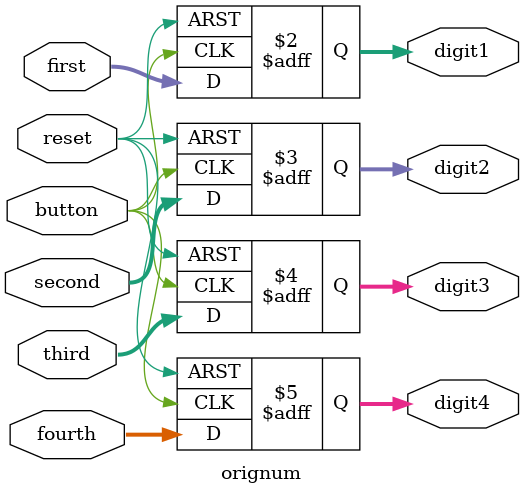
<source format=v>
`timescale 1ns / 1ps


module orignum(
input button, input reset,
input[3:0] first, second, third, fourth,
output reg[3:0] digit1, output reg[3:0] digit2, output reg[3:0] digit3,
output reg[3:0] digit4
    );
    always @(posedge reset, posedge button) begin
                if(reset)begin
                    digit1 = 0;
                    digit2 = 0;
                    digit3 = 0;
                    digit4 = 0;
                end
                else begin
                   digit1 = first;
                   digit2 = second;
                   digit3 = third;
                   digit4 = fourth;
                end
                end
endmodule

</source>
